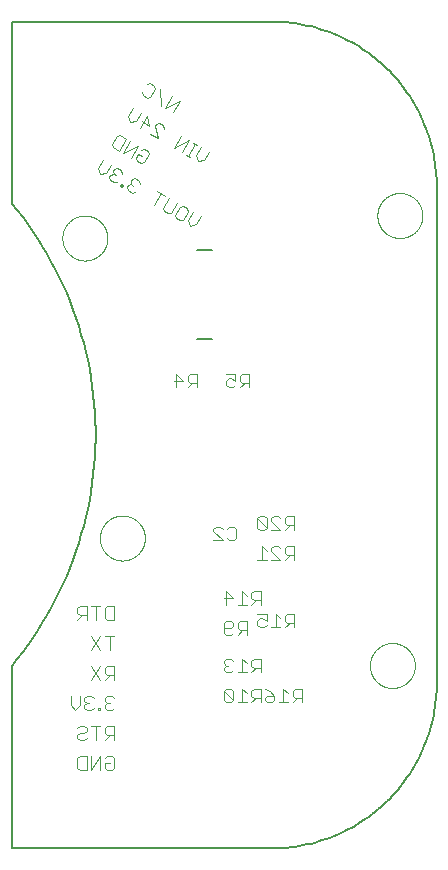
<source format=gbo>
G75*
%MOIN*%
%OFA0B0*%
%FSLAX25Y25*%
%IPPOS*%
%LPD*%
%AMOC8*
5,1,8,0,0,1.08239X$1,22.5*
%
%ADD10C,0.00600*%
%ADD11C,0.00400*%
%ADD12C,0.00000*%
%ADD13C,0.00800*%
D10*
X0044283Y0005655D02*
X0044283Y0066600D01*
X0044283Y0005655D02*
X0130869Y0005655D01*
X0132201Y0005671D01*
X0133532Y0005719D01*
X0134861Y0005800D01*
X0136189Y0005912D01*
X0137513Y0006057D01*
X0138833Y0006233D01*
X0140149Y0006442D01*
X0141459Y0006682D01*
X0142763Y0006954D01*
X0144060Y0007257D01*
X0145349Y0007591D01*
X0146630Y0007956D01*
X0147901Y0008353D01*
X0149163Y0008780D01*
X0150414Y0009237D01*
X0151654Y0009724D01*
X0152881Y0010241D01*
X0154096Y0010788D01*
X0155297Y0011364D01*
X0156484Y0011968D01*
X0157655Y0012602D01*
X0158812Y0013263D01*
X0159951Y0013952D01*
X0161074Y0014668D01*
X0162180Y0015412D01*
X0163267Y0016182D01*
X0164335Y0016977D01*
X0165383Y0017799D01*
X0166411Y0018645D01*
X0167419Y0019517D01*
X0168405Y0020412D01*
X0169370Y0021331D01*
X0170311Y0022272D01*
X0171230Y0023237D01*
X0172125Y0024223D01*
X0172997Y0025231D01*
X0173843Y0026259D01*
X0174665Y0027307D01*
X0175460Y0028375D01*
X0176230Y0029462D01*
X0176974Y0030568D01*
X0177690Y0031691D01*
X0178379Y0032830D01*
X0179040Y0033987D01*
X0179674Y0035158D01*
X0180278Y0036345D01*
X0180854Y0037546D01*
X0181401Y0038761D01*
X0181918Y0039988D01*
X0182405Y0041228D01*
X0182862Y0042479D01*
X0183289Y0043741D01*
X0183686Y0045012D01*
X0184051Y0046293D01*
X0184385Y0047582D01*
X0184688Y0048879D01*
X0184960Y0050183D01*
X0185200Y0051493D01*
X0185409Y0052809D01*
X0185585Y0054129D01*
X0185730Y0055453D01*
X0185842Y0056781D01*
X0185923Y0058110D01*
X0185971Y0059441D01*
X0185987Y0060773D01*
X0185987Y0226128D01*
X0185971Y0227460D01*
X0185923Y0228791D01*
X0185842Y0230120D01*
X0185730Y0231448D01*
X0185585Y0232772D01*
X0185409Y0234092D01*
X0185200Y0235408D01*
X0184960Y0236718D01*
X0184688Y0238022D01*
X0184385Y0239319D01*
X0184051Y0240608D01*
X0183686Y0241889D01*
X0183289Y0243160D01*
X0182862Y0244422D01*
X0182405Y0245673D01*
X0181918Y0246913D01*
X0181401Y0248140D01*
X0180854Y0249355D01*
X0180278Y0250556D01*
X0179674Y0251743D01*
X0179040Y0252914D01*
X0178379Y0254071D01*
X0177690Y0255210D01*
X0176974Y0256333D01*
X0176230Y0257439D01*
X0175460Y0258526D01*
X0174665Y0259594D01*
X0173843Y0260642D01*
X0172997Y0261670D01*
X0172125Y0262678D01*
X0171230Y0263664D01*
X0170311Y0264629D01*
X0169370Y0265570D01*
X0168405Y0266489D01*
X0167419Y0267384D01*
X0166411Y0268256D01*
X0165383Y0269102D01*
X0164335Y0269924D01*
X0163267Y0270719D01*
X0162180Y0271489D01*
X0161074Y0272233D01*
X0159951Y0272949D01*
X0158812Y0273638D01*
X0157655Y0274299D01*
X0156484Y0274933D01*
X0155297Y0275537D01*
X0154096Y0276113D01*
X0152881Y0276660D01*
X0151654Y0277177D01*
X0150414Y0277664D01*
X0149163Y0278121D01*
X0147901Y0278548D01*
X0146630Y0278945D01*
X0145349Y0279310D01*
X0144060Y0279644D01*
X0142763Y0279947D01*
X0141459Y0280219D01*
X0140149Y0280459D01*
X0138833Y0280668D01*
X0137513Y0280844D01*
X0136189Y0280989D01*
X0134861Y0281101D01*
X0133532Y0281182D01*
X0132201Y0281230D01*
X0130869Y0281246D01*
X0044283Y0281246D01*
X0044283Y0220606D01*
X0046142Y0218335D01*
X0047944Y0216019D01*
X0049689Y0213660D01*
X0051376Y0211259D01*
X0053004Y0208817D01*
X0054571Y0206336D01*
X0056077Y0203818D01*
X0057520Y0201263D01*
X0058901Y0198674D01*
X0060218Y0196052D01*
X0061471Y0193398D01*
X0062657Y0190714D01*
X0063778Y0188002D01*
X0064832Y0185264D01*
X0065819Y0182500D01*
X0066738Y0179713D01*
X0067588Y0176905D01*
X0068369Y0174076D01*
X0069081Y0171230D01*
X0069723Y0168366D01*
X0070294Y0165488D01*
X0070795Y0162597D01*
X0071224Y0159694D01*
X0071583Y0156781D01*
X0071870Y0153861D01*
X0072085Y0150935D01*
X0072229Y0148004D01*
X0072301Y0145070D01*
X0072301Y0142136D01*
X0072229Y0139202D01*
X0072085Y0136271D01*
X0071870Y0133345D01*
X0071583Y0130425D01*
X0071224Y0127512D01*
X0070795Y0124609D01*
X0070294Y0121718D01*
X0069723Y0118840D01*
X0069081Y0115976D01*
X0068369Y0113130D01*
X0067588Y0110301D01*
X0066738Y0107493D01*
X0065819Y0104706D01*
X0064832Y0101942D01*
X0063778Y0099204D01*
X0062657Y0096492D01*
X0061471Y0093808D01*
X0060218Y0091154D01*
X0058901Y0088532D01*
X0057520Y0085943D01*
X0056077Y0083388D01*
X0054571Y0080870D01*
X0053004Y0078389D01*
X0051376Y0075947D01*
X0049689Y0073546D01*
X0047944Y0071187D01*
X0046142Y0068871D01*
X0044283Y0066600D01*
D11*
X0063925Y0056404D02*
X0063925Y0053335D01*
X0065460Y0051800D01*
X0066994Y0053335D01*
X0066994Y0056404D01*
X0068529Y0055637D02*
X0068529Y0054869D01*
X0069296Y0054102D01*
X0068529Y0053335D01*
X0068529Y0052567D01*
X0069296Y0051800D01*
X0070831Y0051800D01*
X0071598Y0052567D01*
X0073133Y0052567D02*
X0073133Y0051800D01*
X0073900Y0051800D01*
X0073900Y0052567D01*
X0073133Y0052567D01*
X0075435Y0052567D02*
X0076202Y0051800D01*
X0077737Y0051800D01*
X0078504Y0052567D01*
X0076969Y0054102D02*
X0076202Y0054102D01*
X0075435Y0053335D01*
X0075435Y0052567D01*
X0076202Y0054102D02*
X0075435Y0054869D01*
X0075435Y0055637D01*
X0076202Y0056404D01*
X0077737Y0056404D01*
X0078504Y0055637D01*
X0078504Y0061800D02*
X0078504Y0066404D01*
X0076202Y0066404D01*
X0075435Y0065637D01*
X0075435Y0064102D01*
X0076202Y0063335D01*
X0078504Y0063335D01*
X0076969Y0063335D02*
X0075435Y0061800D01*
X0073900Y0061800D02*
X0070831Y0066404D01*
X0073900Y0066404D02*
X0070831Y0061800D01*
X0070831Y0056404D02*
X0069296Y0056404D01*
X0068529Y0055637D01*
X0069296Y0054102D02*
X0070063Y0054102D01*
X0071598Y0055637D02*
X0070831Y0056404D01*
X0070831Y0046404D02*
X0073900Y0046404D01*
X0072365Y0046404D02*
X0072365Y0041800D01*
X0075435Y0041800D02*
X0076969Y0043335D01*
X0076202Y0043335D02*
X0078504Y0043335D01*
X0078504Y0041800D02*
X0078504Y0046404D01*
X0076202Y0046404D01*
X0075435Y0045637D01*
X0075435Y0044102D01*
X0076202Y0043335D01*
X0076202Y0036404D02*
X0075435Y0035637D01*
X0076202Y0036404D02*
X0077737Y0036404D01*
X0078504Y0035637D01*
X0078504Y0032567D01*
X0077737Y0031800D01*
X0076202Y0031800D01*
X0075435Y0032567D01*
X0075435Y0034102D01*
X0076969Y0034102D01*
X0073900Y0031800D02*
X0073900Y0036404D01*
X0070831Y0031800D01*
X0070831Y0036404D01*
X0069296Y0036404D02*
X0069296Y0031800D01*
X0066994Y0031800D01*
X0066227Y0032567D01*
X0066227Y0035637D01*
X0066994Y0036404D01*
X0069296Y0036404D01*
X0068529Y0041800D02*
X0066994Y0041800D01*
X0066227Y0042567D01*
X0066227Y0043335D01*
X0066994Y0044102D01*
X0068529Y0044102D01*
X0069296Y0044869D01*
X0069296Y0045637D01*
X0068529Y0046404D01*
X0066994Y0046404D01*
X0066227Y0045637D01*
X0069296Y0042567D02*
X0068529Y0041800D01*
X0070831Y0071800D02*
X0073900Y0076404D01*
X0075435Y0076404D02*
X0078504Y0076404D01*
X0076969Y0076404D02*
X0076969Y0071800D01*
X0073900Y0071800D02*
X0070831Y0076404D01*
X0072365Y0081800D02*
X0072365Y0086404D01*
X0070831Y0086404D02*
X0073900Y0086404D01*
X0075435Y0085637D02*
X0075435Y0082567D01*
X0076202Y0081800D01*
X0078504Y0081800D01*
X0078504Y0086404D01*
X0076202Y0086404D01*
X0075435Y0085637D01*
X0069296Y0086404D02*
X0069296Y0081800D01*
X0069296Y0083335D02*
X0066994Y0083335D01*
X0066227Y0084102D01*
X0066227Y0085637D01*
X0066994Y0086404D01*
X0069296Y0086404D01*
X0067762Y0083335D02*
X0066227Y0081800D01*
X0111539Y0108300D02*
X0114608Y0108300D01*
X0111539Y0111369D01*
X0111539Y0112137D01*
X0112306Y0112904D01*
X0113841Y0112904D01*
X0114608Y0112137D01*
X0116143Y0112137D02*
X0116910Y0112904D01*
X0118445Y0112904D01*
X0119212Y0112137D01*
X0119212Y0109067D01*
X0118445Y0108300D01*
X0116910Y0108300D01*
X0116143Y0109067D01*
X0126227Y0112567D02*
X0126994Y0111800D01*
X0128529Y0111800D01*
X0129296Y0112567D01*
X0126227Y0115637D01*
X0126227Y0112567D01*
X0129296Y0112567D02*
X0129296Y0115637D01*
X0128529Y0116404D01*
X0126994Y0116404D01*
X0126227Y0115637D01*
X0130831Y0115637D02*
X0131598Y0116404D01*
X0133133Y0116404D01*
X0133900Y0115637D01*
X0135435Y0115637D02*
X0136202Y0116404D01*
X0138504Y0116404D01*
X0138504Y0111800D01*
X0138504Y0113335D02*
X0136202Y0113335D01*
X0135435Y0114102D01*
X0135435Y0115637D01*
X0136969Y0113335D02*
X0135435Y0111800D01*
X0133900Y0111800D02*
X0130831Y0114869D01*
X0130831Y0115637D01*
X0130831Y0111800D02*
X0133900Y0111800D01*
X0133133Y0106404D02*
X0133900Y0105637D01*
X0133133Y0106404D02*
X0131598Y0106404D01*
X0130831Y0105637D01*
X0130831Y0104869D01*
X0133900Y0101800D01*
X0130831Y0101800D01*
X0129296Y0101800D02*
X0126227Y0101800D01*
X0127762Y0101800D02*
X0127762Y0106404D01*
X0129296Y0104869D01*
X0135435Y0104102D02*
X0136202Y0103335D01*
X0138504Y0103335D01*
X0136969Y0103335D02*
X0135435Y0101800D01*
X0135435Y0104102D02*
X0135435Y0105637D01*
X0136202Y0106404D01*
X0138504Y0106404D01*
X0138504Y0101800D01*
X0127316Y0091404D02*
X0127316Y0086800D01*
X0127316Y0088335D02*
X0125014Y0088335D01*
X0124247Y0089102D01*
X0124247Y0090637D01*
X0125014Y0091404D01*
X0127316Y0091404D01*
X0125781Y0088335D02*
X0124247Y0086800D01*
X0122712Y0086800D02*
X0119643Y0086800D01*
X0121177Y0086800D02*
X0121177Y0091404D01*
X0122712Y0089869D01*
X0118108Y0089102D02*
X0115039Y0089102D01*
X0115806Y0091404D02*
X0118108Y0089102D01*
X0115806Y0086800D02*
X0115806Y0091404D01*
X0115806Y0081404D02*
X0117341Y0081404D01*
X0118108Y0080637D01*
X0118108Y0079869D01*
X0117341Y0079102D01*
X0115039Y0079102D01*
X0115039Y0077567D02*
X0115039Y0080637D01*
X0115806Y0081404D01*
X0115039Y0077567D02*
X0115806Y0076800D01*
X0117341Y0076800D01*
X0118108Y0077567D01*
X0119643Y0076800D02*
X0121177Y0078335D01*
X0120410Y0078335D02*
X0122712Y0078335D01*
X0122712Y0076800D02*
X0122712Y0081404D01*
X0120410Y0081404D01*
X0119643Y0080637D01*
X0119643Y0079102D01*
X0120410Y0078335D01*
X0126227Y0080067D02*
X0126994Y0079300D01*
X0128529Y0079300D01*
X0129296Y0080067D01*
X0129296Y0081602D02*
X0127762Y0082369D01*
X0126994Y0082369D01*
X0126227Y0081602D01*
X0126227Y0080067D01*
X0129296Y0081602D02*
X0129296Y0083904D01*
X0126227Y0083904D01*
X0130831Y0079300D02*
X0133900Y0079300D01*
X0132365Y0079300D02*
X0132365Y0083904D01*
X0133900Y0082369D01*
X0135435Y0081602D02*
X0135435Y0083137D01*
X0136202Y0083904D01*
X0138504Y0083904D01*
X0138504Y0079300D01*
X0138504Y0080835D02*
X0136202Y0080835D01*
X0135435Y0081602D01*
X0136969Y0080835D02*
X0135435Y0079300D01*
X0127316Y0068904D02*
X0127316Y0064300D01*
X0127316Y0065835D02*
X0125014Y0065835D01*
X0124247Y0066602D01*
X0124247Y0068137D01*
X0125014Y0068904D01*
X0127316Y0068904D01*
X0125781Y0065835D02*
X0124247Y0064300D01*
X0122712Y0064300D02*
X0119643Y0064300D01*
X0121177Y0064300D02*
X0121177Y0068904D01*
X0122712Y0067369D01*
X0118108Y0068137D02*
X0117341Y0068904D01*
X0115806Y0068904D01*
X0115039Y0068137D01*
X0115039Y0067369D01*
X0115806Y0066602D01*
X0115039Y0065835D01*
X0115039Y0065067D01*
X0115806Y0064300D01*
X0117341Y0064300D01*
X0118108Y0065067D01*
X0116573Y0066602D02*
X0115806Y0066602D01*
X0115806Y0058904D02*
X0115039Y0058137D01*
X0118108Y0055067D01*
X0117341Y0054300D01*
X0115806Y0054300D01*
X0115039Y0055067D01*
X0115039Y0058137D01*
X0115806Y0058904D02*
X0117341Y0058904D01*
X0118108Y0058137D01*
X0118108Y0055067D01*
X0119643Y0054300D02*
X0122712Y0054300D01*
X0124247Y0054300D02*
X0125781Y0055835D01*
X0125014Y0055835D02*
X0127316Y0055835D01*
X0128727Y0055835D02*
X0129494Y0056602D01*
X0131796Y0056602D01*
X0131796Y0055067D01*
X0131029Y0054300D01*
X0129494Y0054300D01*
X0128727Y0055067D01*
X0128727Y0055835D01*
X0127316Y0054300D02*
X0127316Y0058904D01*
X0125014Y0058904D01*
X0124247Y0058137D01*
X0124247Y0056602D01*
X0125014Y0055835D01*
X0122712Y0057369D02*
X0121177Y0058904D01*
X0121177Y0054300D01*
X0128727Y0058904D02*
X0130262Y0058137D01*
X0131796Y0056602D01*
X0133331Y0054300D02*
X0136400Y0054300D01*
X0134865Y0054300D02*
X0134865Y0058904D01*
X0136400Y0057369D01*
X0137935Y0056602D02*
X0137935Y0058137D01*
X0138702Y0058904D01*
X0141004Y0058904D01*
X0141004Y0054300D01*
X0141004Y0055835D02*
X0138702Y0055835D01*
X0137935Y0056602D01*
X0139469Y0055835D02*
X0137935Y0054300D01*
X0123504Y0159300D02*
X0123504Y0163904D01*
X0121202Y0163904D01*
X0120435Y0163137D01*
X0120435Y0161602D01*
X0121202Y0160835D01*
X0123504Y0160835D01*
X0121969Y0160835D02*
X0120435Y0159300D01*
X0118900Y0160067D02*
X0118133Y0159300D01*
X0116598Y0159300D01*
X0115831Y0160067D01*
X0115831Y0161602D01*
X0116598Y0162369D01*
X0117365Y0162369D01*
X0118900Y0161602D01*
X0118900Y0163904D01*
X0115831Y0163904D01*
X0106004Y0163904D02*
X0106004Y0159300D01*
X0106004Y0160835D02*
X0103702Y0160835D01*
X0102935Y0161602D01*
X0102935Y0163137D01*
X0103702Y0163904D01*
X0106004Y0163904D01*
X0104469Y0160835D02*
X0102935Y0159300D01*
X0101400Y0161602D02*
X0098331Y0161602D01*
X0099098Y0163904D02*
X0101400Y0161602D01*
X0099098Y0159300D02*
X0099098Y0163904D01*
X0103692Y0213074D02*
X0103131Y0215170D01*
X0104665Y0217828D01*
X0102953Y0217931D02*
X0101418Y0215273D01*
X0100370Y0214992D01*
X0099041Y0215759D01*
X0098760Y0216808D01*
X0100294Y0219466D01*
X0101343Y0219747D01*
X0102672Y0218979D01*
X0102953Y0217931D01*
X0107323Y0216294D02*
X0105789Y0213635D01*
X0103692Y0213074D01*
X0097431Y0217575D02*
X0099349Y0220897D01*
X0097431Y0217575D02*
X0096383Y0217294D01*
X0095054Y0218061D01*
X0094773Y0219110D01*
X0096691Y0222432D01*
X0095362Y0223199D02*
X0092704Y0224734D01*
X0094033Y0223967D02*
X0091731Y0219980D01*
X0087004Y0227139D02*
X0086723Y0228187D01*
X0085394Y0228954D01*
X0084346Y0228673D01*
X0083962Y0228009D01*
X0084243Y0226961D01*
X0083195Y0226680D01*
X0082811Y0226015D01*
X0083092Y0224967D01*
X0084421Y0224200D01*
X0085469Y0224481D01*
X0084908Y0226577D02*
X0084243Y0226961D01*
X0081482Y0226783D02*
X0080818Y0227166D01*
X0080434Y0226502D01*
X0081099Y0226118D01*
X0081482Y0226783D01*
X0079489Y0227934D02*
X0078441Y0227653D01*
X0077112Y0228420D01*
X0076831Y0229468D01*
X0077214Y0230133D01*
X0078263Y0230414D01*
X0078927Y0230030D01*
X0078263Y0230414D02*
X0077982Y0231462D01*
X0078365Y0232126D01*
X0079414Y0232407D01*
X0080743Y0231640D01*
X0081023Y0230592D01*
X0077420Y0233558D02*
X0075885Y0230900D01*
X0073789Y0230338D01*
X0073227Y0232435D01*
X0074762Y0235093D01*
X0078124Y0239382D02*
X0077844Y0240431D01*
X0079378Y0243089D01*
X0080426Y0243370D01*
X0082420Y0242219D01*
X0080118Y0238231D01*
X0078124Y0239382D01*
X0081447Y0237464D02*
X0083749Y0241451D01*
X0086407Y0239917D02*
X0081447Y0237464D01*
X0084105Y0235929D02*
X0086407Y0239917D01*
X0087352Y0238485D02*
X0088401Y0238766D01*
X0089730Y0237998D01*
X0090010Y0236950D01*
X0088476Y0234292D01*
X0087428Y0234011D01*
X0086099Y0234779D01*
X0085818Y0235827D01*
X0086585Y0237156D01*
X0087914Y0236388D01*
X0090434Y0243822D02*
X0093092Y0242288D01*
X0091969Y0246480D01*
X0092352Y0247145D01*
X0093401Y0247426D01*
X0094730Y0246659D01*
X0095011Y0245610D01*
X0090256Y0246583D02*
X0087598Y0248118D01*
X0085885Y0248221D02*
X0087420Y0250879D01*
X0089414Y0249728D02*
X0090256Y0246583D01*
X0087112Y0245741D02*
X0089414Y0249728D01*
X0085885Y0248221D02*
X0083789Y0247659D01*
X0083227Y0249755D01*
X0084762Y0252413D01*
X0088124Y0256703D02*
X0087844Y0257751D01*
X0088124Y0256703D02*
X0089453Y0255936D01*
X0090502Y0256216D01*
X0092036Y0258875D01*
X0091755Y0259923D01*
X0090426Y0260690D01*
X0089378Y0260409D01*
X0093749Y0258772D02*
X0094105Y0253250D01*
X0095434Y0252483D02*
X0097736Y0256470D01*
X0100394Y0254935D02*
X0095434Y0252483D01*
X0098092Y0250948D02*
X0100394Y0254935D01*
X0100710Y0243206D02*
X0098408Y0239218D01*
X0103368Y0241671D01*
X0101066Y0237684D01*
X0102395Y0236917D02*
X0103725Y0236149D01*
X0103060Y0236533D02*
X0105362Y0240520D01*
X0106026Y0240136D02*
X0104697Y0240904D01*
X0107356Y0239369D02*
X0105821Y0236711D01*
X0106383Y0234615D01*
X0108479Y0235176D01*
X0110014Y0237834D01*
D12*
X0061204Y0209100D02*
X0061206Y0209284D01*
X0061213Y0209468D01*
X0061224Y0209652D01*
X0061240Y0209835D01*
X0061260Y0210018D01*
X0061285Y0210200D01*
X0061314Y0210382D01*
X0061348Y0210563D01*
X0061386Y0210743D01*
X0061429Y0210922D01*
X0061476Y0211100D01*
X0061527Y0211277D01*
X0061583Y0211453D01*
X0061642Y0211627D01*
X0061707Y0211799D01*
X0061775Y0211970D01*
X0061847Y0212139D01*
X0061924Y0212307D01*
X0062005Y0212472D01*
X0062090Y0212635D01*
X0062178Y0212797D01*
X0062271Y0212956D01*
X0062368Y0213112D01*
X0062468Y0213267D01*
X0062572Y0213419D01*
X0062680Y0213568D01*
X0062791Y0213714D01*
X0062906Y0213858D01*
X0063025Y0213999D01*
X0063147Y0214137D01*
X0063272Y0214272D01*
X0063401Y0214403D01*
X0063532Y0214532D01*
X0063667Y0214657D01*
X0063805Y0214779D01*
X0063946Y0214898D01*
X0064090Y0215013D01*
X0064236Y0215124D01*
X0064385Y0215232D01*
X0064537Y0215336D01*
X0064692Y0215436D01*
X0064848Y0215533D01*
X0065007Y0215626D01*
X0065169Y0215714D01*
X0065332Y0215799D01*
X0065497Y0215880D01*
X0065665Y0215957D01*
X0065834Y0216029D01*
X0066005Y0216097D01*
X0066177Y0216162D01*
X0066351Y0216221D01*
X0066527Y0216277D01*
X0066704Y0216328D01*
X0066882Y0216375D01*
X0067061Y0216418D01*
X0067241Y0216456D01*
X0067422Y0216490D01*
X0067604Y0216519D01*
X0067786Y0216544D01*
X0067969Y0216564D01*
X0068152Y0216580D01*
X0068336Y0216591D01*
X0068520Y0216598D01*
X0068704Y0216600D01*
X0068888Y0216598D01*
X0069072Y0216591D01*
X0069256Y0216580D01*
X0069439Y0216564D01*
X0069622Y0216544D01*
X0069804Y0216519D01*
X0069986Y0216490D01*
X0070167Y0216456D01*
X0070347Y0216418D01*
X0070526Y0216375D01*
X0070704Y0216328D01*
X0070881Y0216277D01*
X0071057Y0216221D01*
X0071231Y0216162D01*
X0071403Y0216097D01*
X0071574Y0216029D01*
X0071743Y0215957D01*
X0071911Y0215880D01*
X0072076Y0215799D01*
X0072239Y0215714D01*
X0072401Y0215626D01*
X0072560Y0215533D01*
X0072716Y0215436D01*
X0072871Y0215336D01*
X0073023Y0215232D01*
X0073172Y0215124D01*
X0073318Y0215013D01*
X0073462Y0214898D01*
X0073603Y0214779D01*
X0073741Y0214657D01*
X0073876Y0214532D01*
X0074007Y0214403D01*
X0074136Y0214272D01*
X0074261Y0214137D01*
X0074383Y0213999D01*
X0074502Y0213858D01*
X0074617Y0213714D01*
X0074728Y0213568D01*
X0074836Y0213419D01*
X0074940Y0213267D01*
X0075040Y0213112D01*
X0075137Y0212956D01*
X0075230Y0212797D01*
X0075318Y0212635D01*
X0075403Y0212472D01*
X0075484Y0212307D01*
X0075561Y0212139D01*
X0075633Y0211970D01*
X0075701Y0211799D01*
X0075766Y0211627D01*
X0075825Y0211453D01*
X0075881Y0211277D01*
X0075932Y0211100D01*
X0075979Y0210922D01*
X0076022Y0210743D01*
X0076060Y0210563D01*
X0076094Y0210382D01*
X0076123Y0210200D01*
X0076148Y0210018D01*
X0076168Y0209835D01*
X0076184Y0209652D01*
X0076195Y0209468D01*
X0076202Y0209284D01*
X0076204Y0209100D01*
X0076202Y0208916D01*
X0076195Y0208732D01*
X0076184Y0208548D01*
X0076168Y0208365D01*
X0076148Y0208182D01*
X0076123Y0208000D01*
X0076094Y0207818D01*
X0076060Y0207637D01*
X0076022Y0207457D01*
X0075979Y0207278D01*
X0075932Y0207100D01*
X0075881Y0206923D01*
X0075825Y0206747D01*
X0075766Y0206573D01*
X0075701Y0206401D01*
X0075633Y0206230D01*
X0075561Y0206061D01*
X0075484Y0205893D01*
X0075403Y0205728D01*
X0075318Y0205565D01*
X0075230Y0205403D01*
X0075137Y0205244D01*
X0075040Y0205088D01*
X0074940Y0204933D01*
X0074836Y0204781D01*
X0074728Y0204632D01*
X0074617Y0204486D01*
X0074502Y0204342D01*
X0074383Y0204201D01*
X0074261Y0204063D01*
X0074136Y0203928D01*
X0074007Y0203797D01*
X0073876Y0203668D01*
X0073741Y0203543D01*
X0073603Y0203421D01*
X0073462Y0203302D01*
X0073318Y0203187D01*
X0073172Y0203076D01*
X0073023Y0202968D01*
X0072871Y0202864D01*
X0072716Y0202764D01*
X0072560Y0202667D01*
X0072401Y0202574D01*
X0072239Y0202486D01*
X0072076Y0202401D01*
X0071911Y0202320D01*
X0071743Y0202243D01*
X0071574Y0202171D01*
X0071403Y0202103D01*
X0071231Y0202038D01*
X0071057Y0201979D01*
X0070881Y0201923D01*
X0070704Y0201872D01*
X0070526Y0201825D01*
X0070347Y0201782D01*
X0070167Y0201744D01*
X0069986Y0201710D01*
X0069804Y0201681D01*
X0069622Y0201656D01*
X0069439Y0201636D01*
X0069256Y0201620D01*
X0069072Y0201609D01*
X0068888Y0201602D01*
X0068704Y0201600D01*
X0068520Y0201602D01*
X0068336Y0201609D01*
X0068152Y0201620D01*
X0067969Y0201636D01*
X0067786Y0201656D01*
X0067604Y0201681D01*
X0067422Y0201710D01*
X0067241Y0201744D01*
X0067061Y0201782D01*
X0066882Y0201825D01*
X0066704Y0201872D01*
X0066527Y0201923D01*
X0066351Y0201979D01*
X0066177Y0202038D01*
X0066005Y0202103D01*
X0065834Y0202171D01*
X0065665Y0202243D01*
X0065497Y0202320D01*
X0065332Y0202401D01*
X0065169Y0202486D01*
X0065007Y0202574D01*
X0064848Y0202667D01*
X0064692Y0202764D01*
X0064537Y0202864D01*
X0064385Y0202968D01*
X0064236Y0203076D01*
X0064090Y0203187D01*
X0063946Y0203302D01*
X0063805Y0203421D01*
X0063667Y0203543D01*
X0063532Y0203668D01*
X0063401Y0203797D01*
X0063272Y0203928D01*
X0063147Y0204063D01*
X0063025Y0204201D01*
X0062906Y0204342D01*
X0062791Y0204486D01*
X0062680Y0204632D01*
X0062572Y0204781D01*
X0062468Y0204933D01*
X0062368Y0205088D01*
X0062271Y0205244D01*
X0062178Y0205403D01*
X0062090Y0205565D01*
X0062005Y0205728D01*
X0061924Y0205893D01*
X0061847Y0206061D01*
X0061775Y0206230D01*
X0061707Y0206401D01*
X0061642Y0206573D01*
X0061583Y0206747D01*
X0061527Y0206923D01*
X0061476Y0207100D01*
X0061429Y0207278D01*
X0061386Y0207457D01*
X0061348Y0207637D01*
X0061314Y0207818D01*
X0061285Y0208000D01*
X0061260Y0208182D01*
X0061240Y0208365D01*
X0061224Y0208548D01*
X0061213Y0208732D01*
X0061206Y0208916D01*
X0061204Y0209100D01*
X0073704Y0109100D02*
X0073706Y0109284D01*
X0073713Y0109468D01*
X0073724Y0109652D01*
X0073740Y0109835D01*
X0073760Y0110018D01*
X0073785Y0110200D01*
X0073814Y0110382D01*
X0073848Y0110563D01*
X0073886Y0110743D01*
X0073929Y0110922D01*
X0073976Y0111100D01*
X0074027Y0111277D01*
X0074083Y0111453D01*
X0074142Y0111627D01*
X0074207Y0111799D01*
X0074275Y0111970D01*
X0074347Y0112139D01*
X0074424Y0112307D01*
X0074505Y0112472D01*
X0074590Y0112635D01*
X0074678Y0112797D01*
X0074771Y0112956D01*
X0074868Y0113112D01*
X0074968Y0113267D01*
X0075072Y0113419D01*
X0075180Y0113568D01*
X0075291Y0113714D01*
X0075406Y0113858D01*
X0075525Y0113999D01*
X0075647Y0114137D01*
X0075772Y0114272D01*
X0075901Y0114403D01*
X0076032Y0114532D01*
X0076167Y0114657D01*
X0076305Y0114779D01*
X0076446Y0114898D01*
X0076590Y0115013D01*
X0076736Y0115124D01*
X0076885Y0115232D01*
X0077037Y0115336D01*
X0077192Y0115436D01*
X0077348Y0115533D01*
X0077507Y0115626D01*
X0077669Y0115714D01*
X0077832Y0115799D01*
X0077997Y0115880D01*
X0078165Y0115957D01*
X0078334Y0116029D01*
X0078505Y0116097D01*
X0078677Y0116162D01*
X0078851Y0116221D01*
X0079027Y0116277D01*
X0079204Y0116328D01*
X0079382Y0116375D01*
X0079561Y0116418D01*
X0079741Y0116456D01*
X0079922Y0116490D01*
X0080104Y0116519D01*
X0080286Y0116544D01*
X0080469Y0116564D01*
X0080652Y0116580D01*
X0080836Y0116591D01*
X0081020Y0116598D01*
X0081204Y0116600D01*
X0081388Y0116598D01*
X0081572Y0116591D01*
X0081756Y0116580D01*
X0081939Y0116564D01*
X0082122Y0116544D01*
X0082304Y0116519D01*
X0082486Y0116490D01*
X0082667Y0116456D01*
X0082847Y0116418D01*
X0083026Y0116375D01*
X0083204Y0116328D01*
X0083381Y0116277D01*
X0083557Y0116221D01*
X0083731Y0116162D01*
X0083903Y0116097D01*
X0084074Y0116029D01*
X0084243Y0115957D01*
X0084411Y0115880D01*
X0084576Y0115799D01*
X0084739Y0115714D01*
X0084901Y0115626D01*
X0085060Y0115533D01*
X0085216Y0115436D01*
X0085371Y0115336D01*
X0085523Y0115232D01*
X0085672Y0115124D01*
X0085818Y0115013D01*
X0085962Y0114898D01*
X0086103Y0114779D01*
X0086241Y0114657D01*
X0086376Y0114532D01*
X0086507Y0114403D01*
X0086636Y0114272D01*
X0086761Y0114137D01*
X0086883Y0113999D01*
X0087002Y0113858D01*
X0087117Y0113714D01*
X0087228Y0113568D01*
X0087336Y0113419D01*
X0087440Y0113267D01*
X0087540Y0113112D01*
X0087637Y0112956D01*
X0087730Y0112797D01*
X0087818Y0112635D01*
X0087903Y0112472D01*
X0087984Y0112307D01*
X0088061Y0112139D01*
X0088133Y0111970D01*
X0088201Y0111799D01*
X0088266Y0111627D01*
X0088325Y0111453D01*
X0088381Y0111277D01*
X0088432Y0111100D01*
X0088479Y0110922D01*
X0088522Y0110743D01*
X0088560Y0110563D01*
X0088594Y0110382D01*
X0088623Y0110200D01*
X0088648Y0110018D01*
X0088668Y0109835D01*
X0088684Y0109652D01*
X0088695Y0109468D01*
X0088702Y0109284D01*
X0088704Y0109100D01*
X0088702Y0108916D01*
X0088695Y0108732D01*
X0088684Y0108548D01*
X0088668Y0108365D01*
X0088648Y0108182D01*
X0088623Y0108000D01*
X0088594Y0107818D01*
X0088560Y0107637D01*
X0088522Y0107457D01*
X0088479Y0107278D01*
X0088432Y0107100D01*
X0088381Y0106923D01*
X0088325Y0106747D01*
X0088266Y0106573D01*
X0088201Y0106401D01*
X0088133Y0106230D01*
X0088061Y0106061D01*
X0087984Y0105893D01*
X0087903Y0105728D01*
X0087818Y0105565D01*
X0087730Y0105403D01*
X0087637Y0105244D01*
X0087540Y0105088D01*
X0087440Y0104933D01*
X0087336Y0104781D01*
X0087228Y0104632D01*
X0087117Y0104486D01*
X0087002Y0104342D01*
X0086883Y0104201D01*
X0086761Y0104063D01*
X0086636Y0103928D01*
X0086507Y0103797D01*
X0086376Y0103668D01*
X0086241Y0103543D01*
X0086103Y0103421D01*
X0085962Y0103302D01*
X0085818Y0103187D01*
X0085672Y0103076D01*
X0085523Y0102968D01*
X0085371Y0102864D01*
X0085216Y0102764D01*
X0085060Y0102667D01*
X0084901Y0102574D01*
X0084739Y0102486D01*
X0084576Y0102401D01*
X0084411Y0102320D01*
X0084243Y0102243D01*
X0084074Y0102171D01*
X0083903Y0102103D01*
X0083731Y0102038D01*
X0083557Y0101979D01*
X0083381Y0101923D01*
X0083204Y0101872D01*
X0083026Y0101825D01*
X0082847Y0101782D01*
X0082667Y0101744D01*
X0082486Y0101710D01*
X0082304Y0101681D01*
X0082122Y0101656D01*
X0081939Y0101636D01*
X0081756Y0101620D01*
X0081572Y0101609D01*
X0081388Y0101602D01*
X0081204Y0101600D01*
X0081020Y0101602D01*
X0080836Y0101609D01*
X0080652Y0101620D01*
X0080469Y0101636D01*
X0080286Y0101656D01*
X0080104Y0101681D01*
X0079922Y0101710D01*
X0079741Y0101744D01*
X0079561Y0101782D01*
X0079382Y0101825D01*
X0079204Y0101872D01*
X0079027Y0101923D01*
X0078851Y0101979D01*
X0078677Y0102038D01*
X0078505Y0102103D01*
X0078334Y0102171D01*
X0078165Y0102243D01*
X0077997Y0102320D01*
X0077832Y0102401D01*
X0077669Y0102486D01*
X0077507Y0102574D01*
X0077348Y0102667D01*
X0077192Y0102764D01*
X0077037Y0102864D01*
X0076885Y0102968D01*
X0076736Y0103076D01*
X0076590Y0103187D01*
X0076446Y0103302D01*
X0076305Y0103421D01*
X0076167Y0103543D01*
X0076032Y0103668D01*
X0075901Y0103797D01*
X0075772Y0103928D01*
X0075647Y0104063D01*
X0075525Y0104201D01*
X0075406Y0104342D01*
X0075291Y0104486D01*
X0075180Y0104632D01*
X0075072Y0104781D01*
X0074968Y0104933D01*
X0074868Y0105088D01*
X0074771Y0105244D01*
X0074678Y0105403D01*
X0074590Y0105565D01*
X0074505Y0105728D01*
X0074424Y0105893D01*
X0074347Y0106061D01*
X0074275Y0106230D01*
X0074207Y0106401D01*
X0074142Y0106573D01*
X0074083Y0106747D01*
X0074027Y0106923D01*
X0073976Y0107100D01*
X0073929Y0107278D01*
X0073886Y0107457D01*
X0073848Y0107637D01*
X0073814Y0107818D01*
X0073785Y0108000D01*
X0073760Y0108182D01*
X0073740Y0108365D01*
X0073724Y0108548D01*
X0073713Y0108732D01*
X0073706Y0108916D01*
X0073704Y0109100D01*
X0163704Y0066600D02*
X0163706Y0066784D01*
X0163713Y0066968D01*
X0163724Y0067152D01*
X0163740Y0067335D01*
X0163760Y0067518D01*
X0163785Y0067700D01*
X0163814Y0067882D01*
X0163848Y0068063D01*
X0163886Y0068243D01*
X0163929Y0068422D01*
X0163976Y0068600D01*
X0164027Y0068777D01*
X0164083Y0068953D01*
X0164142Y0069127D01*
X0164207Y0069299D01*
X0164275Y0069470D01*
X0164347Y0069639D01*
X0164424Y0069807D01*
X0164505Y0069972D01*
X0164590Y0070135D01*
X0164678Y0070297D01*
X0164771Y0070456D01*
X0164868Y0070612D01*
X0164968Y0070767D01*
X0165072Y0070919D01*
X0165180Y0071068D01*
X0165291Y0071214D01*
X0165406Y0071358D01*
X0165525Y0071499D01*
X0165647Y0071637D01*
X0165772Y0071772D01*
X0165901Y0071903D01*
X0166032Y0072032D01*
X0166167Y0072157D01*
X0166305Y0072279D01*
X0166446Y0072398D01*
X0166590Y0072513D01*
X0166736Y0072624D01*
X0166885Y0072732D01*
X0167037Y0072836D01*
X0167192Y0072936D01*
X0167348Y0073033D01*
X0167507Y0073126D01*
X0167669Y0073214D01*
X0167832Y0073299D01*
X0167997Y0073380D01*
X0168165Y0073457D01*
X0168334Y0073529D01*
X0168505Y0073597D01*
X0168677Y0073662D01*
X0168851Y0073721D01*
X0169027Y0073777D01*
X0169204Y0073828D01*
X0169382Y0073875D01*
X0169561Y0073918D01*
X0169741Y0073956D01*
X0169922Y0073990D01*
X0170104Y0074019D01*
X0170286Y0074044D01*
X0170469Y0074064D01*
X0170652Y0074080D01*
X0170836Y0074091D01*
X0171020Y0074098D01*
X0171204Y0074100D01*
X0171388Y0074098D01*
X0171572Y0074091D01*
X0171756Y0074080D01*
X0171939Y0074064D01*
X0172122Y0074044D01*
X0172304Y0074019D01*
X0172486Y0073990D01*
X0172667Y0073956D01*
X0172847Y0073918D01*
X0173026Y0073875D01*
X0173204Y0073828D01*
X0173381Y0073777D01*
X0173557Y0073721D01*
X0173731Y0073662D01*
X0173903Y0073597D01*
X0174074Y0073529D01*
X0174243Y0073457D01*
X0174411Y0073380D01*
X0174576Y0073299D01*
X0174739Y0073214D01*
X0174901Y0073126D01*
X0175060Y0073033D01*
X0175216Y0072936D01*
X0175371Y0072836D01*
X0175523Y0072732D01*
X0175672Y0072624D01*
X0175818Y0072513D01*
X0175962Y0072398D01*
X0176103Y0072279D01*
X0176241Y0072157D01*
X0176376Y0072032D01*
X0176507Y0071903D01*
X0176636Y0071772D01*
X0176761Y0071637D01*
X0176883Y0071499D01*
X0177002Y0071358D01*
X0177117Y0071214D01*
X0177228Y0071068D01*
X0177336Y0070919D01*
X0177440Y0070767D01*
X0177540Y0070612D01*
X0177637Y0070456D01*
X0177730Y0070297D01*
X0177818Y0070135D01*
X0177903Y0069972D01*
X0177984Y0069807D01*
X0178061Y0069639D01*
X0178133Y0069470D01*
X0178201Y0069299D01*
X0178266Y0069127D01*
X0178325Y0068953D01*
X0178381Y0068777D01*
X0178432Y0068600D01*
X0178479Y0068422D01*
X0178522Y0068243D01*
X0178560Y0068063D01*
X0178594Y0067882D01*
X0178623Y0067700D01*
X0178648Y0067518D01*
X0178668Y0067335D01*
X0178684Y0067152D01*
X0178695Y0066968D01*
X0178702Y0066784D01*
X0178704Y0066600D01*
X0178702Y0066416D01*
X0178695Y0066232D01*
X0178684Y0066048D01*
X0178668Y0065865D01*
X0178648Y0065682D01*
X0178623Y0065500D01*
X0178594Y0065318D01*
X0178560Y0065137D01*
X0178522Y0064957D01*
X0178479Y0064778D01*
X0178432Y0064600D01*
X0178381Y0064423D01*
X0178325Y0064247D01*
X0178266Y0064073D01*
X0178201Y0063901D01*
X0178133Y0063730D01*
X0178061Y0063561D01*
X0177984Y0063393D01*
X0177903Y0063228D01*
X0177818Y0063065D01*
X0177730Y0062903D01*
X0177637Y0062744D01*
X0177540Y0062588D01*
X0177440Y0062433D01*
X0177336Y0062281D01*
X0177228Y0062132D01*
X0177117Y0061986D01*
X0177002Y0061842D01*
X0176883Y0061701D01*
X0176761Y0061563D01*
X0176636Y0061428D01*
X0176507Y0061297D01*
X0176376Y0061168D01*
X0176241Y0061043D01*
X0176103Y0060921D01*
X0175962Y0060802D01*
X0175818Y0060687D01*
X0175672Y0060576D01*
X0175523Y0060468D01*
X0175371Y0060364D01*
X0175216Y0060264D01*
X0175060Y0060167D01*
X0174901Y0060074D01*
X0174739Y0059986D01*
X0174576Y0059901D01*
X0174411Y0059820D01*
X0174243Y0059743D01*
X0174074Y0059671D01*
X0173903Y0059603D01*
X0173731Y0059538D01*
X0173557Y0059479D01*
X0173381Y0059423D01*
X0173204Y0059372D01*
X0173026Y0059325D01*
X0172847Y0059282D01*
X0172667Y0059244D01*
X0172486Y0059210D01*
X0172304Y0059181D01*
X0172122Y0059156D01*
X0171939Y0059136D01*
X0171756Y0059120D01*
X0171572Y0059109D01*
X0171388Y0059102D01*
X0171204Y0059100D01*
X0171020Y0059102D01*
X0170836Y0059109D01*
X0170652Y0059120D01*
X0170469Y0059136D01*
X0170286Y0059156D01*
X0170104Y0059181D01*
X0169922Y0059210D01*
X0169741Y0059244D01*
X0169561Y0059282D01*
X0169382Y0059325D01*
X0169204Y0059372D01*
X0169027Y0059423D01*
X0168851Y0059479D01*
X0168677Y0059538D01*
X0168505Y0059603D01*
X0168334Y0059671D01*
X0168165Y0059743D01*
X0167997Y0059820D01*
X0167832Y0059901D01*
X0167669Y0059986D01*
X0167507Y0060074D01*
X0167348Y0060167D01*
X0167192Y0060264D01*
X0167037Y0060364D01*
X0166885Y0060468D01*
X0166736Y0060576D01*
X0166590Y0060687D01*
X0166446Y0060802D01*
X0166305Y0060921D01*
X0166167Y0061043D01*
X0166032Y0061168D01*
X0165901Y0061297D01*
X0165772Y0061428D01*
X0165647Y0061563D01*
X0165525Y0061701D01*
X0165406Y0061842D01*
X0165291Y0061986D01*
X0165180Y0062132D01*
X0165072Y0062281D01*
X0164968Y0062433D01*
X0164868Y0062588D01*
X0164771Y0062744D01*
X0164678Y0062903D01*
X0164590Y0063065D01*
X0164505Y0063228D01*
X0164424Y0063393D01*
X0164347Y0063561D01*
X0164275Y0063730D01*
X0164207Y0063901D01*
X0164142Y0064073D01*
X0164083Y0064247D01*
X0164027Y0064423D01*
X0163976Y0064600D01*
X0163929Y0064778D01*
X0163886Y0064957D01*
X0163848Y0065137D01*
X0163814Y0065318D01*
X0163785Y0065500D01*
X0163760Y0065682D01*
X0163740Y0065865D01*
X0163724Y0066048D01*
X0163713Y0066232D01*
X0163706Y0066416D01*
X0163704Y0066600D01*
X0166204Y0216600D02*
X0166206Y0216784D01*
X0166213Y0216968D01*
X0166224Y0217152D01*
X0166240Y0217335D01*
X0166260Y0217518D01*
X0166285Y0217700D01*
X0166314Y0217882D01*
X0166348Y0218063D01*
X0166386Y0218243D01*
X0166429Y0218422D01*
X0166476Y0218600D01*
X0166527Y0218777D01*
X0166583Y0218953D01*
X0166642Y0219127D01*
X0166707Y0219299D01*
X0166775Y0219470D01*
X0166847Y0219639D01*
X0166924Y0219807D01*
X0167005Y0219972D01*
X0167090Y0220135D01*
X0167178Y0220297D01*
X0167271Y0220456D01*
X0167368Y0220612D01*
X0167468Y0220767D01*
X0167572Y0220919D01*
X0167680Y0221068D01*
X0167791Y0221214D01*
X0167906Y0221358D01*
X0168025Y0221499D01*
X0168147Y0221637D01*
X0168272Y0221772D01*
X0168401Y0221903D01*
X0168532Y0222032D01*
X0168667Y0222157D01*
X0168805Y0222279D01*
X0168946Y0222398D01*
X0169090Y0222513D01*
X0169236Y0222624D01*
X0169385Y0222732D01*
X0169537Y0222836D01*
X0169692Y0222936D01*
X0169848Y0223033D01*
X0170007Y0223126D01*
X0170169Y0223214D01*
X0170332Y0223299D01*
X0170497Y0223380D01*
X0170665Y0223457D01*
X0170834Y0223529D01*
X0171005Y0223597D01*
X0171177Y0223662D01*
X0171351Y0223721D01*
X0171527Y0223777D01*
X0171704Y0223828D01*
X0171882Y0223875D01*
X0172061Y0223918D01*
X0172241Y0223956D01*
X0172422Y0223990D01*
X0172604Y0224019D01*
X0172786Y0224044D01*
X0172969Y0224064D01*
X0173152Y0224080D01*
X0173336Y0224091D01*
X0173520Y0224098D01*
X0173704Y0224100D01*
X0173888Y0224098D01*
X0174072Y0224091D01*
X0174256Y0224080D01*
X0174439Y0224064D01*
X0174622Y0224044D01*
X0174804Y0224019D01*
X0174986Y0223990D01*
X0175167Y0223956D01*
X0175347Y0223918D01*
X0175526Y0223875D01*
X0175704Y0223828D01*
X0175881Y0223777D01*
X0176057Y0223721D01*
X0176231Y0223662D01*
X0176403Y0223597D01*
X0176574Y0223529D01*
X0176743Y0223457D01*
X0176911Y0223380D01*
X0177076Y0223299D01*
X0177239Y0223214D01*
X0177401Y0223126D01*
X0177560Y0223033D01*
X0177716Y0222936D01*
X0177871Y0222836D01*
X0178023Y0222732D01*
X0178172Y0222624D01*
X0178318Y0222513D01*
X0178462Y0222398D01*
X0178603Y0222279D01*
X0178741Y0222157D01*
X0178876Y0222032D01*
X0179007Y0221903D01*
X0179136Y0221772D01*
X0179261Y0221637D01*
X0179383Y0221499D01*
X0179502Y0221358D01*
X0179617Y0221214D01*
X0179728Y0221068D01*
X0179836Y0220919D01*
X0179940Y0220767D01*
X0180040Y0220612D01*
X0180137Y0220456D01*
X0180230Y0220297D01*
X0180318Y0220135D01*
X0180403Y0219972D01*
X0180484Y0219807D01*
X0180561Y0219639D01*
X0180633Y0219470D01*
X0180701Y0219299D01*
X0180766Y0219127D01*
X0180825Y0218953D01*
X0180881Y0218777D01*
X0180932Y0218600D01*
X0180979Y0218422D01*
X0181022Y0218243D01*
X0181060Y0218063D01*
X0181094Y0217882D01*
X0181123Y0217700D01*
X0181148Y0217518D01*
X0181168Y0217335D01*
X0181184Y0217152D01*
X0181195Y0216968D01*
X0181202Y0216784D01*
X0181204Y0216600D01*
X0181202Y0216416D01*
X0181195Y0216232D01*
X0181184Y0216048D01*
X0181168Y0215865D01*
X0181148Y0215682D01*
X0181123Y0215500D01*
X0181094Y0215318D01*
X0181060Y0215137D01*
X0181022Y0214957D01*
X0180979Y0214778D01*
X0180932Y0214600D01*
X0180881Y0214423D01*
X0180825Y0214247D01*
X0180766Y0214073D01*
X0180701Y0213901D01*
X0180633Y0213730D01*
X0180561Y0213561D01*
X0180484Y0213393D01*
X0180403Y0213228D01*
X0180318Y0213065D01*
X0180230Y0212903D01*
X0180137Y0212744D01*
X0180040Y0212588D01*
X0179940Y0212433D01*
X0179836Y0212281D01*
X0179728Y0212132D01*
X0179617Y0211986D01*
X0179502Y0211842D01*
X0179383Y0211701D01*
X0179261Y0211563D01*
X0179136Y0211428D01*
X0179007Y0211297D01*
X0178876Y0211168D01*
X0178741Y0211043D01*
X0178603Y0210921D01*
X0178462Y0210802D01*
X0178318Y0210687D01*
X0178172Y0210576D01*
X0178023Y0210468D01*
X0177871Y0210364D01*
X0177716Y0210264D01*
X0177560Y0210167D01*
X0177401Y0210074D01*
X0177239Y0209986D01*
X0177076Y0209901D01*
X0176911Y0209820D01*
X0176743Y0209743D01*
X0176574Y0209671D01*
X0176403Y0209603D01*
X0176231Y0209538D01*
X0176057Y0209479D01*
X0175881Y0209423D01*
X0175704Y0209372D01*
X0175526Y0209325D01*
X0175347Y0209282D01*
X0175167Y0209244D01*
X0174986Y0209210D01*
X0174804Y0209181D01*
X0174622Y0209156D01*
X0174439Y0209136D01*
X0174256Y0209120D01*
X0174072Y0209109D01*
X0173888Y0209102D01*
X0173704Y0209100D01*
X0173520Y0209102D01*
X0173336Y0209109D01*
X0173152Y0209120D01*
X0172969Y0209136D01*
X0172786Y0209156D01*
X0172604Y0209181D01*
X0172422Y0209210D01*
X0172241Y0209244D01*
X0172061Y0209282D01*
X0171882Y0209325D01*
X0171704Y0209372D01*
X0171527Y0209423D01*
X0171351Y0209479D01*
X0171177Y0209538D01*
X0171005Y0209603D01*
X0170834Y0209671D01*
X0170665Y0209743D01*
X0170497Y0209820D01*
X0170332Y0209901D01*
X0170169Y0209986D01*
X0170007Y0210074D01*
X0169848Y0210167D01*
X0169692Y0210264D01*
X0169537Y0210364D01*
X0169385Y0210468D01*
X0169236Y0210576D01*
X0169090Y0210687D01*
X0168946Y0210802D01*
X0168805Y0210921D01*
X0168667Y0211043D01*
X0168532Y0211168D01*
X0168401Y0211297D01*
X0168272Y0211428D01*
X0168147Y0211563D01*
X0168025Y0211701D01*
X0167906Y0211842D01*
X0167791Y0211986D01*
X0167680Y0212132D01*
X0167572Y0212281D01*
X0167468Y0212433D01*
X0167368Y0212588D01*
X0167271Y0212744D01*
X0167178Y0212903D01*
X0167090Y0213065D01*
X0167005Y0213228D01*
X0166924Y0213393D01*
X0166847Y0213561D01*
X0166775Y0213730D01*
X0166707Y0213901D01*
X0166642Y0214073D01*
X0166583Y0214247D01*
X0166527Y0214423D01*
X0166476Y0214600D01*
X0166429Y0214778D01*
X0166386Y0214957D01*
X0166348Y0215137D01*
X0166314Y0215318D01*
X0166285Y0215500D01*
X0166260Y0215682D01*
X0166240Y0215865D01*
X0166224Y0216048D01*
X0166213Y0216232D01*
X0166206Y0216416D01*
X0166204Y0216600D01*
D13*
X0111204Y0205100D02*
X0106204Y0205100D01*
X0106204Y0175525D02*
X0111204Y0175525D01*
M02*

</source>
